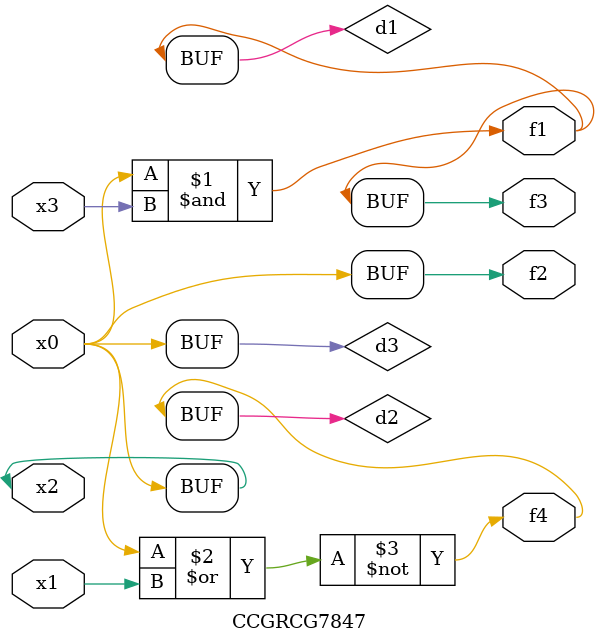
<source format=v>
module CCGRCG7847(
	input x0, x1, x2, x3,
	output f1, f2, f3, f4
);

	wire d1, d2, d3;

	and (d1, x2, x3);
	nor (d2, x0, x1);
	buf (d3, x0, x2);
	assign f1 = d1;
	assign f2 = d3;
	assign f3 = d1;
	assign f4 = d2;
endmodule

</source>
